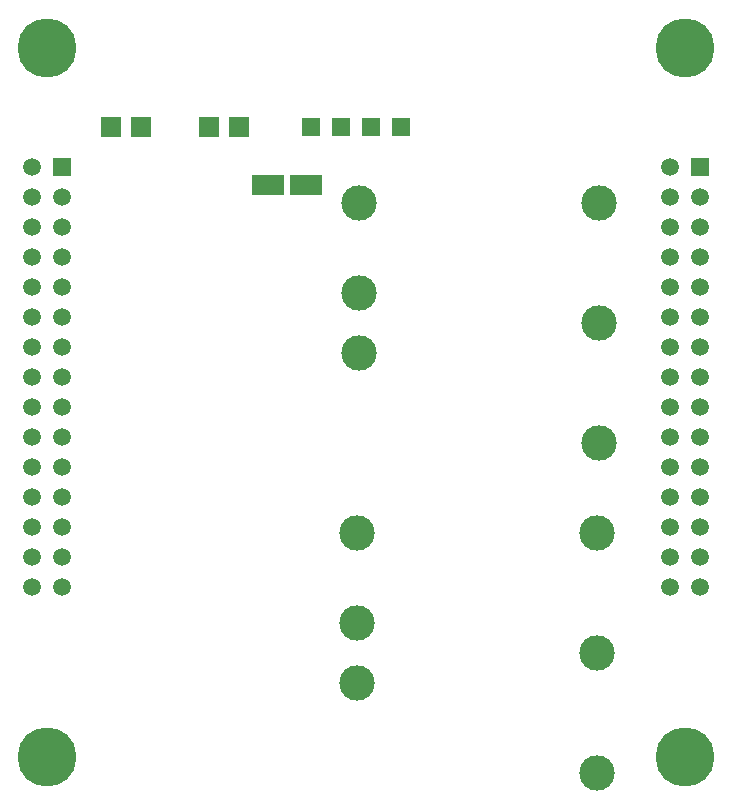
<source format=gbr>
G04 Layer_Color=255*
%FSLAX26Y26*%
%MOIN*%
%TF.FileFunction,Pads,Top*%
%TF.Part,Single*%
G01*
G75*
%TA.AperFunction,SMDPad,CuDef*%
%ADD10R,0.110236X0.066929*%
%TA.AperFunction,ComponentPad*%
%ADD13C,0.059055*%
%ADD14R,0.059055X0.059055*%
%ADD15C,0.118110*%
%ADD16R,0.070866X0.070866*%
%ADD17R,0.060000X0.060000*%
%TA.AperFunction,ViaPad*%
%ADD18C,0.196850*%
D10*
X863960Y1908000D02*
D03*
X736008D02*
D03*
D13*
X2075984Y568504D02*
D03*
X2175984D02*
D03*
X2075984Y668504D02*
D03*
X2175984D02*
D03*
X2075984Y768504D02*
D03*
X2175984D02*
D03*
X2075984Y868504D02*
D03*
X2175984D02*
D03*
X2075984Y968504D02*
D03*
X2175984D02*
D03*
X2075984Y1068504D02*
D03*
X2175984D02*
D03*
X2075984Y1168504D02*
D03*
X2175984D02*
D03*
X2075984Y1268504D02*
D03*
X2175984D02*
D03*
X2075984Y1368504D02*
D03*
X2175984D02*
D03*
X2075984Y1468504D02*
D03*
X2175984D02*
D03*
X2075984Y1568504D02*
D03*
X2175984D02*
D03*
X2075984Y1668504D02*
D03*
X2175984D02*
D03*
X2075984Y1768504D02*
D03*
X2175984D02*
D03*
X2075984Y1868504D02*
D03*
X2175984D02*
D03*
X2075984Y1968504D02*
D03*
X-50000Y568504D02*
D03*
X50000D02*
D03*
X-50000Y668504D02*
D03*
X50000D02*
D03*
X-50000Y768504D02*
D03*
X50000D02*
D03*
X-50000Y868504D02*
D03*
X50000D02*
D03*
X-50000Y968504D02*
D03*
X50000D02*
D03*
X-50000Y1068504D02*
D03*
X50000D02*
D03*
X-50000Y1168504D02*
D03*
X50000D02*
D03*
X-50000Y1268504D02*
D03*
X50000D02*
D03*
X-50000Y1368504D02*
D03*
X50000D02*
D03*
X-50000Y1468504D02*
D03*
X50000D02*
D03*
X-50000Y1568504D02*
D03*
X50000D02*
D03*
X-50000Y1668504D02*
D03*
X50000D02*
D03*
X-50000Y1768504D02*
D03*
X50000D02*
D03*
X-50000Y1868504D02*
D03*
X50000D02*
D03*
X-50000Y1968504D02*
D03*
D14*
X2175984D02*
D03*
X50000D02*
D03*
D15*
X1840000Y1447000D02*
D03*
X1040000Y1847000D02*
D03*
Y1547000D02*
D03*
Y1347000D02*
D03*
X1840000Y1847000D02*
D03*
Y1047000D02*
D03*
X1835000Y-53000D02*
D03*
Y747000D02*
D03*
X1035000Y247000D02*
D03*
Y447000D02*
D03*
Y747000D02*
D03*
X1835000Y347000D02*
D03*
D16*
X538976Y2100000D02*
D03*
X638976D02*
D03*
X313976D02*
D03*
X213976D02*
D03*
D17*
X1178976Y2100000D02*
D03*
X1078976D02*
D03*
X978976D02*
D03*
X878976D02*
D03*
D18*
X2125985Y2362204D02*
D03*
X0D02*
D03*
X2125984Y0D02*
D03*
X0D02*
D03*
%TF.MD5,b76ad7e3b7c78b3ce1f61f3891635232*%
M02*

</source>
